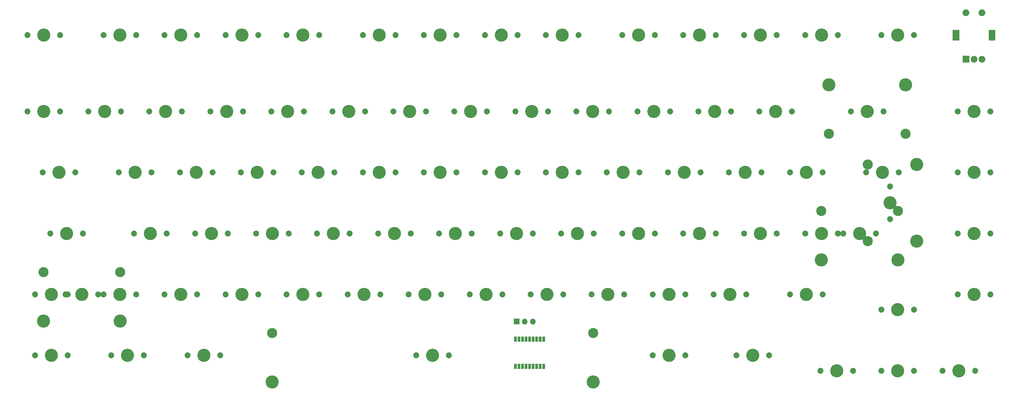
<source format=gbr>
G04 #@! TF.GenerationSoftware,KiCad,Pcbnew,(5.1.7)-1*
G04 #@! TF.CreationDate,2020-10-24T01:42:02+02:00*
G04 #@! TF.ProjectId,isometria-75-pcb-ml,69736f6d-6574-4726-9961-2d37352d7063,rev?*
G04 #@! TF.SameCoordinates,Original*
G04 #@! TF.FileFunction,Soldermask,Top*
G04 #@! TF.FilePolarity,Negative*
%FSLAX46Y46*%
G04 Gerber Fmt 4.6, Leading zero omitted, Abs format (unit mm)*
G04 Created by KiCad (PCBNEW (5.1.7)-1) date 2020-10-24 01:42:02*
%MOMM*%
%LPD*%
G01*
G04 APERTURE LIST*
%ADD10C,4.089800*%
%ADD11C,1.852000*%
%ADD12C,3.150000*%
%ADD13O,1.802000X1.802000*%
%ADD14C,2.102000*%
%ADD15C,0.100000*%
G04 APERTURE END LIST*
D10*
X161500000Y-42750000D03*
D11*
X156420000Y-42750000D03*
X166580000Y-42750000D03*
D10*
X121125000Y-99750000D03*
D11*
X116045000Y-99750000D03*
X126205000Y-99750000D03*
D12*
X71125100Y-92765000D03*
X171124900Y-92765000D03*
D10*
X71125100Y-108005000D03*
X171124900Y-108005000D03*
X166250000Y-61750000D03*
D11*
X161170000Y-61750000D03*
X171330000Y-61750000D03*
G36*
G01*
X146440000Y-88279000D02*
X148140000Y-88279000D01*
G75*
G02*
X148191000Y-88330000I0J-51000D01*
G01*
X148191000Y-90030000D01*
G75*
G02*
X148140000Y-90081000I-51000J0D01*
G01*
X146440000Y-90081000D01*
G75*
G02*
X146389000Y-90030000I0J51000D01*
G01*
X146389000Y-88330000D01*
G75*
G02*
X146440000Y-88279000I51000J0D01*
G01*
G37*
D13*
X149830000Y-89180000D03*
X152370000Y-89180000D03*
D10*
X175750000Y-80750000D03*
D11*
X170670000Y-80750000D03*
X180830000Y-80750000D03*
D10*
X61750000Y0D03*
D11*
X56670000Y0D03*
X66830000Y0D03*
D10*
X0Y0D03*
D11*
X-5080000Y0D03*
X5080000Y0D03*
D10*
X266000000Y-104500000D03*
D11*
X260920000Y-104500000D03*
X271080000Y-104500000D03*
D10*
X285000000Y-104500000D03*
D11*
X279920000Y-104500000D03*
X290080000Y-104500000D03*
D10*
X2375000Y-99750000D03*
D11*
X-2705000Y-99750000D03*
X7455000Y-99750000D03*
G36*
G01*
X146599999Y-93857000D02*
X147300001Y-93857000D01*
G75*
G02*
X147351000Y-93907999I0J-50999D01*
G01*
X147351000Y-95432001D01*
G75*
G02*
X147300001Y-95483000I-50999J0D01*
G01*
X146599999Y-95483000D01*
G75*
G02*
X146549000Y-95432001I0J50999D01*
G01*
X146549000Y-93907999D01*
G75*
G02*
X146599999Y-93857000I50999J0D01*
G01*
G37*
G36*
G01*
X147699999Y-93857000D02*
X148400001Y-93857000D01*
G75*
G02*
X148451000Y-93907999I0J-50999D01*
G01*
X148451000Y-95432001D01*
G75*
G02*
X148400001Y-95483000I-50999J0D01*
G01*
X147699999Y-95483000D01*
G75*
G02*
X147649000Y-95432001I0J50999D01*
G01*
X147649000Y-93907999D01*
G75*
G02*
X147699999Y-93857000I50999J0D01*
G01*
G37*
G36*
G01*
X148799999Y-93857000D02*
X149500001Y-93857000D01*
G75*
G02*
X149551000Y-93907999I0J-50999D01*
G01*
X149551000Y-95432001D01*
G75*
G02*
X149500001Y-95483000I-50999J0D01*
G01*
X148799999Y-95483000D01*
G75*
G02*
X148749000Y-95432001I0J50999D01*
G01*
X148749000Y-93907999D01*
G75*
G02*
X148799999Y-93857000I50999J0D01*
G01*
G37*
G36*
G01*
X149899999Y-93857000D02*
X150600001Y-93857000D01*
G75*
G02*
X150651000Y-93907999I0J-50999D01*
G01*
X150651000Y-95432001D01*
G75*
G02*
X150600001Y-95483000I-50999J0D01*
G01*
X149899999Y-95483000D01*
G75*
G02*
X149849000Y-95432001I0J50999D01*
G01*
X149849000Y-93907999D01*
G75*
G02*
X149899999Y-93857000I50999J0D01*
G01*
G37*
G36*
G01*
X150999999Y-93857000D02*
X151700001Y-93857000D01*
G75*
G02*
X151751000Y-93907999I0J-50999D01*
G01*
X151751000Y-95432001D01*
G75*
G02*
X151700001Y-95483000I-50999J0D01*
G01*
X150999999Y-95483000D01*
G75*
G02*
X150949000Y-95432001I0J50999D01*
G01*
X150949000Y-93907999D01*
G75*
G02*
X150999999Y-93857000I50999J0D01*
G01*
G37*
G36*
G01*
X152099999Y-93857000D02*
X152800001Y-93857000D01*
G75*
G02*
X152851000Y-93907999I0J-50999D01*
G01*
X152851000Y-95432001D01*
G75*
G02*
X152800001Y-95483000I-50999J0D01*
G01*
X152099999Y-95483000D01*
G75*
G02*
X152049000Y-95432001I0J50999D01*
G01*
X152049000Y-93907999D01*
G75*
G02*
X152099999Y-93857000I50999J0D01*
G01*
G37*
G36*
G01*
X153199999Y-93857000D02*
X153900001Y-93857000D01*
G75*
G02*
X153951000Y-93907999I0J-50999D01*
G01*
X153951000Y-95432001D01*
G75*
G02*
X153900001Y-95483000I-50999J0D01*
G01*
X153199999Y-95483000D01*
G75*
G02*
X153149000Y-95432001I0J50999D01*
G01*
X153149000Y-93907999D01*
G75*
G02*
X153199999Y-93857000I50999J0D01*
G01*
G37*
G36*
G01*
X154299999Y-93857000D02*
X155000001Y-93857000D01*
G75*
G02*
X155051000Y-93907999I0J-50999D01*
G01*
X155051000Y-95432001D01*
G75*
G02*
X155000001Y-95483000I-50999J0D01*
G01*
X154299999Y-95483000D01*
G75*
G02*
X154249000Y-95432001I0J50999D01*
G01*
X154249000Y-93907999D01*
G75*
G02*
X154299999Y-93857000I50999J0D01*
G01*
G37*
G36*
G01*
X155399999Y-93857000D02*
X156100001Y-93857000D01*
G75*
G02*
X156151000Y-93907999I0J-50999D01*
G01*
X156151000Y-95432001D01*
G75*
G02*
X156100001Y-95483000I-50999J0D01*
G01*
X155399999Y-95483000D01*
G75*
G02*
X155349000Y-95432001I0J50999D01*
G01*
X155349000Y-93907999D01*
G75*
G02*
X155399999Y-93857000I50999J0D01*
G01*
G37*
G36*
G01*
X146599999Y-102357000D02*
X147300001Y-102357000D01*
G75*
G02*
X147351000Y-102407999I0J-50999D01*
G01*
X147351000Y-103932001D01*
G75*
G02*
X147300001Y-103983000I-50999J0D01*
G01*
X146599999Y-103983000D01*
G75*
G02*
X146549000Y-103932001I0J50999D01*
G01*
X146549000Y-102407999D01*
G75*
G02*
X146599999Y-102357000I50999J0D01*
G01*
G37*
G36*
G01*
X147699999Y-102357000D02*
X148400001Y-102357000D01*
G75*
G02*
X148451000Y-102407999I0J-50999D01*
G01*
X148451000Y-103932001D01*
G75*
G02*
X148400001Y-103983000I-50999J0D01*
G01*
X147699999Y-103983000D01*
G75*
G02*
X147649000Y-103932001I0J50999D01*
G01*
X147649000Y-102407999D01*
G75*
G02*
X147699999Y-102357000I50999J0D01*
G01*
G37*
G36*
G01*
X148799999Y-102357000D02*
X149500001Y-102357000D01*
G75*
G02*
X149551000Y-102407999I0J-50999D01*
G01*
X149551000Y-103932001D01*
G75*
G02*
X149500001Y-103983000I-50999J0D01*
G01*
X148799999Y-103983000D01*
G75*
G02*
X148749000Y-103932001I0J50999D01*
G01*
X148749000Y-102407999D01*
G75*
G02*
X148799999Y-102357000I50999J0D01*
G01*
G37*
G36*
G01*
X149899999Y-102357000D02*
X150600001Y-102357000D01*
G75*
G02*
X150651000Y-102407999I0J-50999D01*
G01*
X150651000Y-103932001D01*
G75*
G02*
X150600001Y-103983000I-50999J0D01*
G01*
X149899999Y-103983000D01*
G75*
G02*
X149849000Y-103932001I0J50999D01*
G01*
X149849000Y-102407999D01*
G75*
G02*
X149899999Y-102357000I50999J0D01*
G01*
G37*
G36*
G01*
X150999999Y-102357000D02*
X151700001Y-102357000D01*
G75*
G02*
X151751000Y-102407999I0J-50999D01*
G01*
X151751000Y-103932001D01*
G75*
G02*
X151700001Y-103983000I-50999J0D01*
G01*
X150999999Y-103983000D01*
G75*
G02*
X150949000Y-103932001I0J50999D01*
G01*
X150949000Y-102407999D01*
G75*
G02*
X150999999Y-102357000I50999J0D01*
G01*
G37*
G36*
G01*
X152099999Y-102357000D02*
X152800001Y-102357000D01*
G75*
G02*
X152851000Y-102407999I0J-50999D01*
G01*
X152851000Y-103932001D01*
G75*
G02*
X152800001Y-103983000I-50999J0D01*
G01*
X152099999Y-103983000D01*
G75*
G02*
X152049000Y-103932001I0J50999D01*
G01*
X152049000Y-102407999D01*
G75*
G02*
X152099999Y-102357000I50999J0D01*
G01*
G37*
G36*
G01*
X153199999Y-102357000D02*
X153900001Y-102357000D01*
G75*
G02*
X153951000Y-102407999I0J-50999D01*
G01*
X153951000Y-103932001D01*
G75*
G02*
X153900001Y-103983000I-50999J0D01*
G01*
X153199999Y-103983000D01*
G75*
G02*
X153149000Y-103932001I0J50999D01*
G01*
X153149000Y-102407999D01*
G75*
G02*
X153199999Y-102357000I50999J0D01*
G01*
G37*
G36*
G01*
X154299999Y-102357000D02*
X155000001Y-102357000D01*
G75*
G02*
X155051000Y-102407999I0J-50999D01*
G01*
X155051000Y-103932001D01*
G75*
G02*
X155000001Y-103983000I-50999J0D01*
G01*
X154299999Y-103983000D01*
G75*
G02*
X154249000Y-103932001I0J50999D01*
G01*
X154249000Y-102407999D01*
G75*
G02*
X154299999Y-102357000I50999J0D01*
G01*
G37*
G36*
G01*
X155399999Y-102357000D02*
X156100001Y-102357000D01*
G75*
G02*
X156151000Y-102407999I0J-50999D01*
G01*
X156151000Y-103932001D01*
G75*
G02*
X156100001Y-103983000I-50999J0D01*
G01*
X155399999Y-103983000D01*
G75*
G02*
X155349000Y-103932001I0J50999D01*
G01*
X155349000Y-102407999D01*
G75*
G02*
X155399999Y-102357000I50999J0D01*
G01*
G37*
D10*
X271880000Y-40312000D03*
X271880000Y-64188000D03*
D12*
X256640000Y-40312000D03*
X256640000Y-64188000D03*
D11*
X263625000Y-57330000D03*
X263625000Y-47170000D03*
D10*
X263625000Y-52250000D03*
X23813000Y-89005000D03*
X-63000Y-89005000D03*
D12*
X23813000Y-73765000D03*
X-63000Y-73765000D03*
D11*
X16955000Y-80750000D03*
X6795000Y-80750000D03*
D10*
X11875000Y-80750000D03*
X266063000Y-70005000D03*
X242187000Y-70005000D03*
D12*
X266063000Y-54765000D03*
X242187000Y-54765000D03*
D11*
X259205000Y-61750000D03*
X249045000Y-61750000D03*
D10*
X254125000Y-61750000D03*
D11*
X256170000Y-42750000D03*
X266330000Y-42750000D03*
D10*
X261250000Y-42750000D03*
X109250000Y-61750000D03*
D11*
X104170000Y-61750000D03*
X114330000Y-61750000D03*
D10*
X194750000Y-99750000D03*
D11*
X189670000Y-99750000D03*
X199830000Y-99750000D03*
D10*
X4750000Y-42750000D03*
D11*
X-330000Y-42750000D03*
X9830000Y-42750000D03*
D10*
X228000000Y-23750000D03*
D11*
X222920000Y-23750000D03*
X233080000Y-23750000D03*
D10*
X209000000Y-23750000D03*
D11*
X203920000Y-23750000D03*
X214080000Y-23750000D03*
D10*
X114000000Y-23750000D03*
D11*
X108920000Y-23750000D03*
X119080000Y-23750000D03*
D10*
X223250000Y0D03*
D11*
X218170000Y0D03*
X228330000Y0D03*
D10*
X242250000Y0D03*
D11*
X237170000Y0D03*
X247330000Y0D03*
D10*
X204250000Y0D03*
D11*
X199170000Y0D03*
X209330000Y0D03*
D10*
X142500000Y0D03*
D11*
X137420000Y0D03*
X147580000Y0D03*
D10*
X28500000Y-42750000D03*
D11*
X23420000Y-42750000D03*
X33580000Y-42750000D03*
D10*
X47500000Y-42750000D03*
D11*
X42420000Y-42750000D03*
X52580000Y-42750000D03*
D10*
X180500000Y-42750000D03*
D11*
X175420000Y-42750000D03*
X185580000Y-42750000D03*
D10*
X218500000Y-42750000D03*
D11*
X213420000Y-42750000D03*
X223580000Y-42750000D03*
D10*
X237500000Y-42750000D03*
D11*
X232420000Y-42750000D03*
X242580000Y-42750000D03*
D10*
X95000000Y-23750000D03*
D11*
X89920000Y-23750000D03*
X100080000Y-23750000D03*
D10*
X133000000Y-23750000D03*
D11*
X127920000Y-23750000D03*
X138080000Y-23750000D03*
D10*
X152000000Y-23750000D03*
D11*
X146920000Y-23750000D03*
X157080000Y-23750000D03*
D10*
X171000000Y-23750000D03*
D11*
X165920000Y-23750000D03*
X176080000Y-23750000D03*
D10*
X289750000Y-23750000D03*
D11*
X284670000Y-23750000D03*
X294830000Y-23750000D03*
D10*
X289750000Y-42750000D03*
D11*
X284670000Y-42750000D03*
X294830000Y-42750000D03*
D10*
X289750000Y-61750000D03*
D11*
X284670000Y-61750000D03*
X294830000Y-61750000D03*
D10*
X289750000Y-80750000D03*
D11*
X284670000Y-80750000D03*
X294830000Y-80750000D03*
D10*
X23750000Y0D03*
D11*
X18670000Y0D03*
X28830000Y0D03*
D10*
X38000000Y-23750000D03*
D11*
X32920000Y-23750000D03*
X43080000Y-23750000D03*
D10*
X85500000Y-42750000D03*
D11*
X80420000Y-42750000D03*
X90580000Y-42750000D03*
D10*
X61750000Y-80750000D03*
D11*
X56670000Y-80750000D03*
X66830000Y-80750000D03*
D10*
X128250000Y-61750000D03*
D11*
X123170000Y-61750000D03*
X133330000Y-61750000D03*
D10*
X19000000Y-23750000D03*
D11*
X13920000Y-23750000D03*
X24080000Y-23750000D03*
D10*
X57000000Y-23750000D03*
D11*
X51920000Y-23750000D03*
X62080000Y-23750000D03*
D10*
X76000000Y-23750000D03*
D11*
X70920000Y-23750000D03*
X81080000Y-23750000D03*
D10*
X256500000Y-23750000D03*
D11*
X251420000Y-23750000D03*
X261580000Y-23750000D03*
D12*
X244562000Y-30735000D03*
X268438000Y-30735000D03*
D10*
X244562000Y-15495000D03*
X268438000Y-15495000D03*
X185250000Y0D03*
D11*
X180170000Y0D03*
X190330000Y0D03*
D10*
X161500000Y0D03*
D11*
X156420000Y0D03*
X166580000Y0D03*
D10*
X80750000Y0D03*
D11*
X75670000Y0D03*
X85830000Y0D03*
D10*
X266000000Y0D03*
D11*
X260920000Y0D03*
X271080000Y0D03*
D14*
X292250000Y7000000D03*
X287250000Y7000000D03*
G36*
G01*
X296350000Y-1651000D02*
X294350000Y-1651000D01*
G75*
G02*
X294299000Y-1600000I0J51000D01*
G01*
X294299000Y1600000D01*
G75*
G02*
X294350000Y1651000I51000J0D01*
G01*
X296350000Y1651000D01*
G75*
G02*
X296401000Y1600000I0J-51000D01*
G01*
X296401000Y-1600000D01*
G75*
G02*
X296350000Y-1651000I-51000J0D01*
G01*
G37*
G36*
G01*
X285150000Y-1651000D02*
X283150000Y-1651000D01*
G75*
G02*
X283099000Y-1600000I0J51000D01*
G01*
X283099000Y1600000D01*
G75*
G02*
X283150000Y1651000I51000J0D01*
G01*
X285150000Y1651000D01*
G75*
G02*
X285201000Y1600000I0J-51000D01*
G01*
X285201000Y-1600000D01*
G75*
G02*
X285150000Y-1651000I-51000J0D01*
G01*
G37*
X292250000Y-7500000D03*
X289750000Y-7500000D03*
G36*
G01*
X288250000Y-8551000D02*
X286250000Y-8551000D01*
G75*
G02*
X286199000Y-8500000I0J51000D01*
G01*
X286199000Y-6500000D01*
G75*
G02*
X286250000Y-6449000I51000J0D01*
G01*
X288250000Y-6449000D01*
G75*
G02*
X288301000Y-6500000I0J-51000D01*
G01*
X288301000Y-8500000D01*
G75*
G02*
X288250000Y-8551000I-51000J0D01*
G01*
G37*
D10*
X52250000Y-61750000D03*
D11*
X47170000Y-61750000D03*
X57330000Y-61750000D03*
D10*
X266000000Y-85500000D03*
D11*
X260920000Y-85500000D03*
X271080000Y-85500000D03*
D10*
X247000000Y-104500000D03*
D11*
X241920000Y-104500000D03*
X252080000Y-104500000D03*
D10*
X237500000Y-80750000D03*
D11*
X232420000Y-80750000D03*
X242580000Y-80750000D03*
D10*
X242250000Y-61750000D03*
D11*
X237170000Y-61750000D03*
X247330000Y-61750000D03*
D10*
X223250000Y-61750000D03*
D11*
X218170000Y-61750000D03*
X228330000Y-61750000D03*
D10*
X220875000Y-99750000D03*
D11*
X215795000Y-99750000D03*
X225955000Y-99750000D03*
D10*
X213750000Y-80750000D03*
D11*
X208670000Y-80750000D03*
X218830000Y-80750000D03*
D10*
X204250000Y-61750000D03*
D11*
X199170000Y-61750000D03*
X209330000Y-61750000D03*
D10*
X199500000Y-42750000D03*
D11*
X194420000Y-42750000D03*
X204580000Y-42750000D03*
D10*
X194750000Y-80750000D03*
D11*
X189670000Y-80750000D03*
X199830000Y-80750000D03*
D10*
X185250000Y-61750000D03*
D11*
X180170000Y-61750000D03*
X190330000Y-61750000D03*
D10*
X190000000Y-23750000D03*
D11*
X184920000Y-23750000D03*
X195080000Y-23750000D03*
D10*
X156750000Y-80750000D03*
D11*
X151670000Y-80750000D03*
X161830000Y-80750000D03*
D10*
X147250000Y-61750000D03*
D11*
X142170000Y-61750000D03*
X152330000Y-61750000D03*
D10*
X142500000Y-42750000D03*
D11*
X137420000Y-42750000D03*
X147580000Y-42750000D03*
D10*
X137750000Y-80750000D03*
D11*
X132670000Y-80750000D03*
X142830000Y-80750000D03*
D10*
X123500000Y-42750000D03*
D11*
X118420000Y-42750000D03*
X128580000Y-42750000D03*
D10*
X123500000Y0D03*
D11*
X118420000Y0D03*
X128580000Y0D03*
D10*
X118750000Y-80750000D03*
D11*
X113670000Y-80750000D03*
X123830000Y-80750000D03*
D10*
X104500000Y-42750000D03*
D11*
X99420000Y-42750000D03*
X109580000Y-42750000D03*
D10*
X104500000Y0D03*
D11*
X99420000Y0D03*
X109580000Y0D03*
D10*
X99750000Y-80750000D03*
D11*
X94670000Y-80750000D03*
X104830000Y-80750000D03*
D10*
X90250000Y-61750000D03*
D11*
X85170000Y-61750000D03*
X95330000Y-61750000D03*
D10*
X80750000Y-80750000D03*
D11*
X75670000Y-80750000D03*
X85830000Y-80750000D03*
D10*
X71250000Y-61750000D03*
D11*
X66170000Y-61750000D03*
X76330000Y-61750000D03*
D10*
X66500000Y-42750000D03*
D11*
X61420000Y-42750000D03*
X71580000Y-42750000D03*
D10*
X49875000Y-99750000D03*
D11*
X44795000Y-99750000D03*
X54955000Y-99750000D03*
D10*
X42750000Y-80750000D03*
D11*
X37670000Y-80750000D03*
X47830000Y-80750000D03*
D10*
X33250000Y-61750000D03*
D11*
X28170000Y-61750000D03*
X38330000Y-61750000D03*
D10*
X42750000Y0D03*
D11*
X37670000Y0D03*
X47830000Y0D03*
D10*
X26125000Y-99750000D03*
D11*
X21045000Y-99750000D03*
X31205000Y-99750000D03*
D10*
X23750000Y-80750000D03*
D11*
X18670000Y-80750000D03*
X28830000Y-80750000D03*
D10*
X2375000Y-80750000D03*
D11*
X-2705000Y-80750000D03*
X7455000Y-80750000D03*
D10*
X7125000Y-61750000D03*
D11*
X2045000Y-61750000D03*
X12205000Y-61750000D03*
D10*
X0Y-23750000D03*
D11*
X-5080000Y-23750000D03*
X5080000Y-23750000D03*
D15*
G36*
X17814348Y-81087150D02*
G01*
X17855114Y-81185566D01*
X17914200Y-81273996D01*
X17914331Y-81275992D01*
X17912668Y-81277103D01*
X17910991Y-81276376D01*
X17899467Y-81262333D01*
X17880830Y-81247037D01*
X17859566Y-81235672D01*
X17836491Y-81228672D01*
X17812500Y-81226309D01*
X17788509Y-81228672D01*
X17765434Y-81235672D01*
X17744171Y-81247037D01*
X17725534Y-81262332D01*
X17714009Y-81276376D01*
X17712137Y-81277080D01*
X17710591Y-81275812D01*
X17710800Y-81273996D01*
X17769886Y-81185566D01*
X17810652Y-81087150D01*
X17812239Y-81085932D01*
X17814348Y-81087150D01*
G37*
G36*
X17714009Y-80223624D02*
G01*
X17725533Y-80237667D01*
X17744170Y-80252963D01*
X17765434Y-80264328D01*
X17788509Y-80271328D01*
X17812500Y-80273691D01*
X17836491Y-80271328D01*
X17859566Y-80264328D01*
X17880829Y-80252963D01*
X17899466Y-80237668D01*
X17910991Y-80223624D01*
X17912863Y-80222920D01*
X17914409Y-80224188D01*
X17914200Y-80226004D01*
X17855114Y-80314434D01*
X17814348Y-80412850D01*
X17812761Y-80414068D01*
X17810652Y-80412850D01*
X17769886Y-80314434D01*
X17710800Y-80226004D01*
X17710669Y-80224008D01*
X17712332Y-80222897D01*
X17714009Y-80223624D01*
G37*
G36*
X255253409Y-63444761D02*
G01*
X255253077Y-63446002D01*
X255252746Y-63446498D01*
X255134743Y-63731384D01*
X255132953Y-63740382D01*
X255131634Y-63741886D01*
X255129672Y-63741496D01*
X255129001Y-63739796D01*
X255130783Y-63721707D01*
X255128420Y-63697716D01*
X255121420Y-63674641D01*
X255110055Y-63653377D01*
X255094759Y-63634740D01*
X255076122Y-63619445D01*
X255054859Y-63608080D01*
X255031784Y-63601080D01*
X255007793Y-63598717D01*
X254983802Y-63601080D01*
X254966418Y-63606354D01*
X254964470Y-63605900D01*
X254963889Y-63603986D01*
X254965072Y-63602592D01*
X255088012Y-63551668D01*
X255250302Y-63443229D01*
X255252298Y-63443098D01*
X255253409Y-63444761D01*
G37*
G36*
X256006507Y-62528103D02*
G01*
X256006834Y-62529902D01*
X256001560Y-62547288D01*
X255999197Y-62571279D01*
X256001560Y-62595270D01*
X256008560Y-62618345D01*
X256019925Y-62639609D01*
X256035220Y-62658246D01*
X256053857Y-62673541D01*
X256075121Y-62684906D01*
X256098196Y-62691906D01*
X256122187Y-62694269D01*
X256146178Y-62691906D01*
X256163573Y-62686629D01*
X256165521Y-62687083D01*
X256166102Y-62688997D01*
X256164919Y-62690391D01*
X255898497Y-62800747D01*
X255851845Y-62831919D01*
X255849849Y-62832050D01*
X255848738Y-62830387D01*
X255849071Y-62829145D01*
X255926668Y-62713012D01*
X256003072Y-62528556D01*
X256004659Y-62527338D01*
X256006507Y-62528103D01*
G37*
G36*
X248189348Y-62087150D02*
G01*
X248230114Y-62185566D01*
X248289200Y-62273996D01*
X248289331Y-62275992D01*
X248287668Y-62277103D01*
X248285991Y-62276376D01*
X248274467Y-62262333D01*
X248255830Y-62247037D01*
X248234566Y-62235672D01*
X248211491Y-62228672D01*
X248187500Y-62226309D01*
X248163509Y-62228672D01*
X248140434Y-62235672D01*
X248119171Y-62247037D01*
X248100534Y-62262332D01*
X248089009Y-62276376D01*
X248087137Y-62277080D01*
X248085591Y-62275812D01*
X248085800Y-62273996D01*
X248144886Y-62185566D01*
X248185652Y-62087150D01*
X248187239Y-62085932D01*
X248189348Y-62087150D01*
G37*
G36*
X248089009Y-61223624D02*
G01*
X248100533Y-61237667D01*
X248119170Y-61252963D01*
X248140434Y-61264328D01*
X248163509Y-61271328D01*
X248187500Y-61273691D01*
X248211491Y-61271328D01*
X248234566Y-61264328D01*
X248255829Y-61252963D01*
X248274466Y-61237668D01*
X248285991Y-61223624D01*
X248287863Y-61222920D01*
X248289409Y-61224188D01*
X248289200Y-61226004D01*
X248230114Y-61314434D01*
X248189348Y-61412850D01*
X248187761Y-61414068D01*
X248185652Y-61412850D01*
X248144886Y-61314434D01*
X248085800Y-61226004D01*
X248085669Y-61224008D01*
X248087332Y-61222897D01*
X248089009Y-61223624D01*
G37*
G36*
X264707252Y-53975603D02*
G01*
X264706919Y-53976845D01*
X264675747Y-54023497D01*
X264565392Y-54289918D01*
X264563805Y-54291136D01*
X264561957Y-54290371D01*
X264561630Y-54288572D01*
X264566907Y-54271176D01*
X264569269Y-54247185D01*
X264566906Y-54223194D01*
X264559905Y-54200119D01*
X264548540Y-54178856D01*
X264533244Y-54160219D01*
X264514607Y-54144924D01*
X264493343Y-54133559D01*
X264470268Y-54126559D01*
X264446277Y-54124197D01*
X264422286Y-54126560D01*
X264404904Y-54131834D01*
X264402956Y-54131380D01*
X264402375Y-54129466D01*
X264403558Y-54128072D01*
X264588012Y-54051668D01*
X264704145Y-53974071D01*
X264706141Y-53973940D01*
X264707252Y-53975603D01*
G37*
G36*
X265481027Y-53089619D02*
G01*
X265481354Y-53091418D01*
X265476080Y-53108802D01*
X265473717Y-53132793D01*
X265476080Y-53156784D01*
X265483080Y-53179859D01*
X265494445Y-53201123D01*
X265509740Y-53219760D01*
X265528377Y-53235055D01*
X265549641Y-53246420D01*
X265572716Y-53253420D01*
X265596707Y-53255783D01*
X265614796Y-53254001D01*
X265616618Y-53254826D01*
X265616814Y-53256816D01*
X265615382Y-53257953D01*
X265606384Y-53259743D01*
X265321498Y-53377746D01*
X265321002Y-53378077D01*
X265319006Y-53378206D01*
X265317896Y-53376542D01*
X265318229Y-53375302D01*
X265426668Y-53213012D01*
X265477592Y-53090072D01*
X265479179Y-53088854D01*
X265481027Y-53089619D01*
G37*
G36*
X256858245Y-41865692D02*
G01*
X256858635Y-41867654D01*
X256857322Y-41868925D01*
X256839939Y-41874198D01*
X256818676Y-41885563D01*
X256800039Y-41900858D01*
X256784743Y-41919495D01*
X256773378Y-41940759D01*
X256766378Y-41963834D01*
X256764015Y-41987825D01*
X256766378Y-42011816D01*
X256773378Y-42034891D01*
X256784743Y-42056154D01*
X256796265Y-42070194D01*
X256796591Y-42072168D01*
X256795045Y-42073436D01*
X256793305Y-42072877D01*
X256756174Y-42035746D01*
X256605566Y-41935114D01*
X256466975Y-41877707D01*
X256465757Y-41876120D01*
X256466522Y-41874272D01*
X256468130Y-41873897D01*
X256485822Y-41877416D01*
X256794178Y-41877416D01*
X256856351Y-41865049D01*
X256858245Y-41865692D01*
G37*
G36*
X255862088Y-41674925D02*
G01*
X255898497Y-41699253D01*
X256183384Y-41817257D01*
X256229836Y-41826497D01*
X256231340Y-41827816D01*
X256230950Y-41829778D01*
X256229446Y-41830459D01*
X256079435Y-41830459D01*
X255901778Y-41865797D01*
X255840800Y-41891055D01*
X255838817Y-41890794D01*
X255838052Y-41888946D01*
X255839092Y-41887443D01*
X255855108Y-41878883D01*
X255873745Y-41863588D01*
X255889040Y-41844951D01*
X255900405Y-41823687D01*
X255907405Y-41800612D01*
X255909768Y-41776621D01*
X255907405Y-41752630D01*
X255900405Y-41729555D01*
X255889040Y-41708291D01*
X255873745Y-41689654D01*
X255859708Y-41678134D01*
X255859004Y-41676262D01*
X255860273Y-41674716D01*
X255862088Y-41674925D01*
G37*
M02*

</source>
